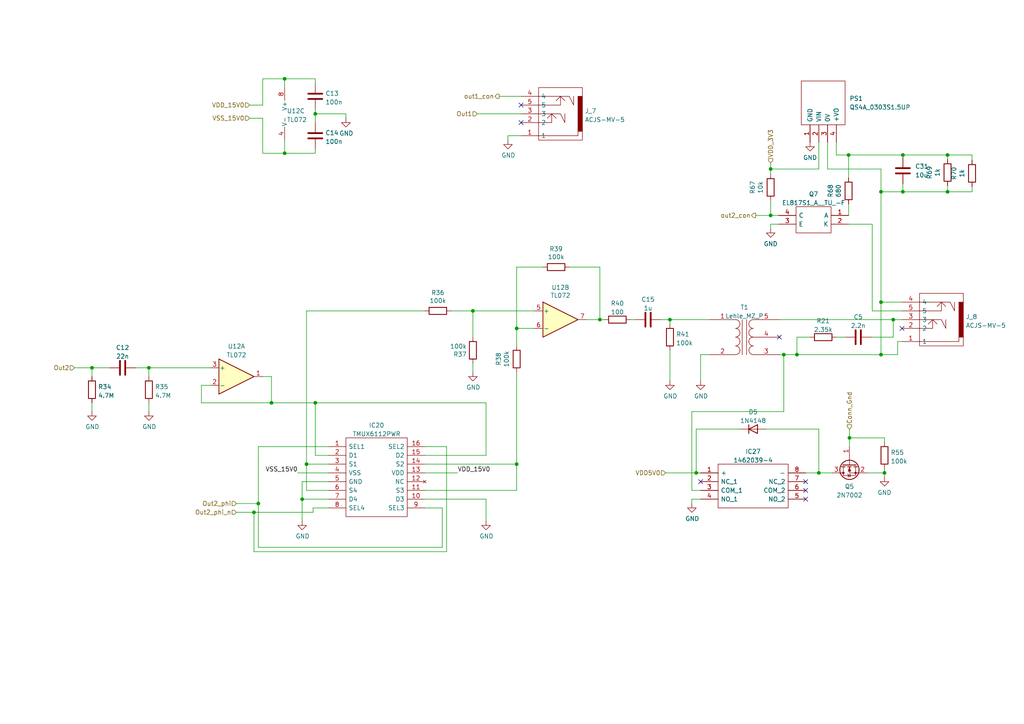
<source format=kicad_sch>
(kicad_sch (version 20211123) (generator eeschema)
  (paper "A4")
  (lib_symbols
    (symbol "Amplifier_Operational:TL072" (pin_names (offset 0.127))
      (property "Reference" "U" (at 0 5.08 0))
      (property "Value" "TL072" (at 0 -5.08 0))
      (symbol "TL072_1_1"
        (polyline (pts (xy -5.08 5.08) (xy 5.08 0) (xy -5.08 -5.08) (xy -5.08 5.08)) (stroke (width 0.254)) (fill (type background)))
        (pin output line (at 7.62 0 180) (length 2.54) (name "~") (number "1"))
        (pin input line (at -7.62 -2.54 0) (length 2.54) (name "-") (number "2"))
        (pin input line (at -7.62 2.54 0) (length 2.54) (name "+") (number "3"))
      )
      (symbol "TL072_2_1"
        (polyline (pts (xy -5.08 5.08) (xy 5.08 0) (xy -5.08 -5.08) (xy -5.08 5.08)) (stroke (width 0.254)) (fill (type background)))
        (pin input line (at -7.62 2.54 0) (length 2.54) (name "+") (number "5"))
        (pin input line (at -7.62 -2.54 0) (length 2.54) (name "-") (number "6"))
        (pin output line (at 7.62 0 180) (length 2.54) (name "~") (number "7"))
      )
      (symbol "TL072_3_1"
        (pin power_in line (at -2.54 -7.62 90) (length 3.81) (name "V-") (number "4"))
        (pin power_in line (at -2.54 7.62 270) (length 3.81) (name "V+") (number "8"))
      )
    )
    (symbol "Aphenol:ACJS-MV-5" (pin_names (offset 0.762))
      (property "Reference" "J_Return1" (at 8.3312 -6.7853 90))
      (property "Value" "ACJS-MV-5" (at 8.3312 -9.3222 90))
      (symbol "ACJS-MV-5_0_0"
        (pin passive line (at 19.05 -6.35 180) (length 5.08) (name "1") (number "1"))
        (pin passive line (at 19.05 -2.54 180) (length 5.08) (name "2") (number "2"))
        (pin passive line (at 19.05 0 180) (length 5.08) (name "3") (number "3"))
        (pin passive line (at 19.05 5.08 180) (length 5.08) (name "4") (number "4"))
        (pin passive line (at 19.05 2.54 180) (length 5.08) (name "5") (number "5"))
      )
      (symbol "ACJS-MV-5_0_1"
        (polyline (pts (xy 2.54 -5.08) (xy 2.54 -6.35) (xy 13.97 -6.35)) (stroke (width 0.1524)))
        (polyline (pts (xy 7.62 5.08) (xy 7.62 2.54) (xy 13.97 2.54)) (stroke (width 0.1524)))
        (polyline (pts (xy 8.89 -1.27) (xy 10.16 0) (xy 11.43 -1.27)) (stroke (width 0.1524)))
        (polyline (pts (xy 13.97 -2.54) (xy 10.16 -2.54) (xy 10.16 0)) (stroke (width 0.1524)))
        (polyline (pts (xy 7.62 5.08) (xy 6.35 3.81) (xy 7.62 5.08) (xy 8.89 3.81)) (stroke (width 0.1524)))
        (polyline (pts (xy 13.97 0) (xy 7.62 0) (xy 6.35 -2.54) (xy 6.35 0)) (stroke (width 0.1524)))
        (polyline (pts (xy 13.97 5.08) (xy 5.08 5.08) (xy 3.81 2.54) (xy 3.81 5.08)) (stroke (width 0.1524)))
        (polyline (pts (xy 1.27 7.62) (xy 13.97 7.62) (xy 13.97 -7.62) (xy 1.27 -7.62) (xy 1.27 7.62)) (stroke (width 0.1524)))
        (rectangle (start 1.27 5.08) (end 2.54 -5.08) (stroke (width 0.1524)) (fill (type outline)))
      )
    )
    (symbol "Device:C" (pin_numbers hide) (pin_names (offset 0.254))
      (property "Reference" "C" (at 0.635 2.54 0))
      (property "Value" "C" (at 0.635 -2.54 0))
      (symbol "C_0_1"
        (polyline (pts (xy -2.032 -0.762) (xy 2.032 -0.762)) (stroke (width 0.508)))
        (polyline (pts (xy -2.032 0.762) (xy 2.032 0.762)) (stroke (width 0.508)))
      )
      (symbol "C_1_1"
        (pin passive line (at 0 3.81 270) (length 2.794) (name "~") (number "1"))
        (pin passive line (at 0 -3.81 90) (length 2.794) (name "~") (number "2"))
      )
    )
    (symbol "Device:R" (pin_numbers hide) (pin_names (offset 0))
      (property "Reference" "R" (at 2.032 0 90))
      (property "Value" "R" (at 0 0 90))
      (symbol "R_0_1"
        (rectangle (start -1.016 -2.54) (end 1.016 2.54) (stroke (width 0.254)))
      )
      (symbol "R_1_1"
        (pin passive line (at 0 3.81 270) (length 1.27) (name "~") (number "1"))
        (pin passive line (at 0 -3.81 90) (length 1.27) (name "~") (number "2"))
      )
    )
    (symbol "Device:Transformer_1P_SS" (pin_names (offset 1.016) hide)
      (property "Reference" "T" (at 0 6.35 0))
      (property "Value" "Transformer_1P_SS" (at 0 -7.62 0))
      (symbol "Transformer_1P_SS_0_1"
        (arc (start -2.54 -5.0546) (mid -1.6599 -4.6901) (end -1.27 -3.81))
        (arc (start -2.54 -2.5146) (mid -1.6599 -2.1501) (end -1.27 -1.27))
        (arc (start -2.54 0.0254) (mid -1.6599 0.3899) (end -1.27 1.27))
        (arc (start -2.54 2.5654) (mid -1.6599 2.9299) (end -1.27 3.81))
        (arc (start -1.27 -3.81) (mid -1.642 -2.912) (end -2.54 -2.54))
        (arc (start -1.27 -1.27) (mid -1.642 -0.372) (end -2.54 0))
        (arc (start -1.27 1.27) (mid -1.642 2.168) (end -2.54 2.54))
        (arc (start -1.27 3.81) (mid -1.642 4.708) (end -2.54 5.08))
        (polyline (pts (xy -0.635 5.08) (xy -0.635 -5.08)))
        (polyline (pts (xy 0.635 -5.08) (xy 0.635 5.08)))
        (arc (start 1.2954 -1.27) (mid 1.6599 -2.1501) (end 2.54 -2.5146))
        (arc (start 1.2954 1.27) (mid 1.6599 0.3899) (end 2.54 0.0254))
        (arc (start 1.2954 3.81) (mid 1.6599 2.9299) (end 2.54 2.5654))
        (arc (start 1.3208 -3.81) (mid 1.6853 -4.6901) (end 2.5654 -5.0546))
        (arc (start 2.54 0) (mid 1.642 -0.372) (end 1.2954 -1.27))
        (arc (start 2.54 2.54) (mid 1.642 2.168) (end 1.2954 1.27))
        (arc (start 2.54 5.08) (mid 1.642 4.708) (end 1.2954 3.81))
        (arc (start 2.5654 -2.54) (mid 1.6674 -2.912) (end 1.3208 -3.81))
      )
      (symbol "Transformer_1P_SS_1_1"
        (pin passive line (at -10.16 5.08 0) (length 7.62) (name "AA") (number "1"))
        (pin passive line (at -10.16 -5.08 0) (length 7.62) (name "AB") (number "2"))
        (pin passive line (at 10.16 -5.08 180) (length 7.62) (name "SA") (number "3"))
        (pin passive line (at 10.16 0 180) (length 7.62) (name "SC") (number "4"))
        (pin passive line (at 10.16 5.08 180) (length 7.62) (name "SB") (number "5"))
      )
    )
    (symbol "Diode:1N4148" (pin_numbers hide) (pin_names hide)
      (property "Reference" "D" (at 0 2.54 0))
      (property "Value" "1N4148" (at 0 -2.54 0))
      (symbol "1N4148_0_1"
        (polyline (pts (xy -1.27 1.27) (xy -1.27 -1.27)) (stroke (width 0.254)))
        (polyline (pts (xy 1.27 0) (xy -1.27 0)))
        (polyline (pts (xy 1.27 1.27) (xy 1.27 -1.27) (xy -1.27 0) (xy 1.27 1.27)) (stroke (width 0.254)))
      )
      (symbol "1N4148_1_1"
        (pin passive line (at -3.81 0 0) (length 2.54) (name "K") (number "1"))
        (pin passive line (at 3.81 0 180) (length 2.54) (name "A") (number "2"))
      )
    )
    (symbol "SamacSys_Parts:1462039-4" (pin_names (offset 0.762))
      (property "Reference" "IC" (at 26.67 7.62 0))
      (property "Value" "1462039-4" (at 26.67 5.08 0))
      (symbol "1462039-4_0_0"
        (pin passive line (at 0 0 0) (length 5.08) (name "+") (number "1"))
        (pin passive line (at 0 -2.54 0) (length 5.08) (name "NC_1") (number "2"))
        (pin passive line (at 0 -5.08 0) (length 5.08) (name "COM_1") (number "3"))
        (pin passive line (at 0 -7.62 0) (length 5.08) (name "NO_1") (number "4"))
        (pin passive line (at 30.48 -7.62 180) (length 5.08) (name "NO_2") (number "5"))
        (pin passive line (at 30.48 -5.08 180) (length 5.08) (name "COM_2") (number "6"))
        (pin passive line (at 30.48 -2.54 180) (length 5.08) (name "NC_2") (number "7"))
        (pin passive line (at 30.48 0 180) (length 5.08) (name "-") (number "8"))
      )
      (symbol "1462039-4_0_1"
        (polyline (pts (xy 5.08 2.54) (xy 25.4 2.54) (xy 25.4 -10.16) (xy 5.08 -10.16) (xy 5.08 2.54)) (stroke (width 0.1524)))
      )
    )
    (symbol "SamacSys_Parts:EL817S1_A__TU_-F" (pin_names (offset 0.762))
      (property "Reference" "Q" (at 16.51 7.62 0))
      (property "Value" "EL817S1_A__TU_-F" (at 16.51 5.08 0))
      (symbol "EL817S1_A__TU_-F_0_0"
        (pin passive line (at 0 0 0) (length 5.08) (name "A") (number "1"))
        (pin passive line (at 0 -2.54 0) (length 5.08) (name "K") (number "2"))
        (pin passive line (at 20.32 -2.54 180) (length 5.08) (name "E") (number "3"))
        (pin passive line (at 20.32 0 180) (length 5.08) (name "C") (number "4"))
      )
      (symbol "EL817S1_A__TU_-F_0_1"
        (polyline (pts (xy 5.08 2.54) (xy 15.24 2.54) (xy 15.24 -5.08) (xy 5.08 -5.08) (xy 5.08 2.54)) (stroke (width 0.1524)))
      )
    )
    (symbol "SamacSys_Parts:QS4A_0303S1.5UP" (pin_names (offset 0.762))
      (property "Reference" "PS" (at 19.05 7.62 0))
      (property "Value" "QS4A_0303S1.5UP" (at 19.05 5.08 0))
      (symbol "QS4A_0303S1.5UP_0_0"
        (pin passive line (at 0 0 0) (length 5.08) (name "GND") (number "1"))
        (pin passive line (at 0 -2.54 0) (length 5.08) (name "VIN") (number "2"))
        (pin passive line (at 0 -5.08 0) (length 5.08) (name "0V") (number "3"))
        (pin passive line (at 0 -7.62 0) (length 5.08) (name "+VO") (number "4"))
      )
      (symbol "QS4A_0303S1.5UP_0_1"
        (polyline (pts (xy 5.08 2.54) (xy 17.78 2.54) (xy 17.78 -10.16) (xy 5.08 -10.16) (xy 5.08 2.54)) (stroke (width 0.1524)))
      )
    )
    (symbol "SamacSys_Parts:TMUX6112PWR" (pin_names (offset 0.762))
      (property "Reference" "IC" (at 24.13 7.62 0))
      (property "Value" "TMUX6112PWR" (at 24.13 5.08 0))
      (symbol "TMUX6112PWR_0_0"
        (pin input line (at 0 0 0) (length 5.08) (name "SEL1") (number "1"))
        (pin bidirectional line (at 27.94 -15.24 180) (length 5.08) (name "D3") (number "10"))
        (pin bidirectional line (at 27.94 -12.7 180) (length 5.08) (name "S3") (number "11"))
        (pin no_connect line (at 27.94 -10.16 180) (length 5.08) (name "NC") (number "12"))
        (pin power_in line (at 27.94 -7.62 180) (length 5.08) (name "VDD") (number "13"))
        (pin bidirectional line (at 27.94 -5.08 180) (length 5.08) (name "S2") (number "14"))
        (pin bidirectional line (at 27.94 -2.54 180) (length 5.08) (name "D2") (number "15"))
        (pin input line (at 27.94 0 180) (length 5.08) (name "SEL2") (number "16"))
        (pin bidirectional line (at 0 -2.54 0) (length 5.08) (name "D1") (number "2"))
        (pin bidirectional line (at 0 -5.08 0) (length 5.08) (name "S1") (number "3"))
        (pin power_in line (at 0 -7.62 0) (length 5.08) (name "VSS") (number "4"))
        (pin power_in line (at 0 -10.16 0) (length 5.08) (name "GND") (number "5"))
        (pin bidirectional line (at 0 -12.7 0) (length 5.08) (name "S4") (number "6"))
        (pin bidirectional line (at 0 -15.24 0) (length 5.08) (name "D4") (number "7"))
        (pin input line (at 0 -17.78 0) (length 5.08) (name "SEL4") (number "8"))
        (pin input line (at 27.94 -17.78 180) (length 5.08) (name "SEL3") (number "9"))
      )
      (symbol "TMUX6112PWR_0_1"
        (polyline (pts (xy 5.08 2.54) (xy 22.86 2.54) (xy 22.86 -20.32) (xy 5.08 -20.32) (xy 5.08 2.54)) (stroke (width 0.1524)))
      )
    )
    (symbol "Transistor_FET:2N7002" (pin_names hide)
      (property "Reference" "Q" (at 5.08 1.905 0))
      (property "Value" "2N7002" (at 5.08 0 0))
      (symbol "2N7002_0_1"
        (polyline (pts (xy 0.254 0) (xy -2.54 0)))
        (polyline (pts (xy 0.254 1.905) (xy 0.254 -1.905)) (stroke (width 0.254)))
        (polyline (pts (xy 0.762 -1.27) (xy 0.762 -2.286)) (stroke (width 0.254)))
        (polyline (pts (xy 0.762 0.508) (xy 0.762 -0.508)) (stroke (width 0.254)))
        (polyline (pts (xy 0.762 2.286) (xy 0.762 1.27)) (stroke (width 0.254)))
        (polyline (pts (xy 2.54 2.54) (xy 2.54 1.778)))
        (polyline (pts (xy 2.54 -2.54) (xy 2.54 0) (xy 0.762 0)))
        (polyline (pts (xy 0.762 -1.778) (xy 3.302 -1.778) (xy 3.302 1.778) (xy 0.762 1.778)))
        (polyline (pts (xy 1.016 0) (xy 2.032 0.381) (xy 2.032 -0.381) (xy 1.016 0)) (fill (type outline)))
        (polyline (pts (xy 2.794 0.508) (xy 2.921 0.381) (xy 3.683 0.381) (xy 3.81 0.254)))
        (polyline (pts (xy 3.302 0.381) (xy 2.921 -0.254) (xy 3.683 -0.254) (xy 3.302 0.381)))
        (circle (center 1.651 0) (radius 2.794) (stroke (width 0.254)))
        (circle (center 2.54 -1.778) (radius 0.254) (fill (type outline)))
        (circle (center 2.54 1.778) (radius 0.254) (fill (type outline)))
      )
      (symbol "2N7002_1_1"
        (pin input line (at -5.08 0 0) (length 2.54) (name "G") (number "1"))
        (pin passive line (at 2.54 -5.08 90) (length 2.54) (name "S") (number "2"))
        (pin passive line (at 2.54 5.08 270) (length 2.54) (name "D") (number "3"))
      )
    )
    (symbol "power:GND" (power) (pin_names (offset 0))
      (property "Value" "GND" (at 0 -3.81 0))
      (symbol "GND_0_1"
        (polyline (pts (xy 0 0) (xy 0 -1.27) (xy 1.27 -1.27) (xy 0 -2.54) (xy -1.27 -1.27) (xy 0 -1.27)))
      )
      (symbol "GND_1_1"
        (pin power_in line (at 0 0 270) (length 0) hide (name "GND") (number "1"))
      )
    )
  )
  (junction (at 43.18 106.68))
  (junction (at 73.66 148.59))
  (junction (at 256.54 137.16))
  (junction (at 82.55 44.45))
  (junction (at 194.31 92.71))
  (junction (at 137.16 90.17))
  (junction (at 223.52 49.022))
  (junction (at 255.524 87.63))
  (junction (at 173.99 92.71))
  (junction (at 88.9 134.62))
  (junction (at 149.86 95.25))
  (junction (at 91.44 33.02))
  (junction (at 223.52 62.484))
  (junction (at 82.55 22.86))
  (junction (at 274.828 55.626))
  (junction (at 78.74 116.84))
  (junction (at 274.828 44.958))
  (junction (at 246.38 127))
  (junction (at 74.93 146.05))
  (junction (at 91.44 116.84))
  (junction (at 255.524 102.87))
  (junction (at 231.14 102.87))
  (junction (at 259.08 92.71))
  (junction (at 87.63 144.78))
  (junction (at 201.93 137.16))
  (junction (at 261.874 55.626))
  (junction (at 26.67 106.68))
  (junction (at 261.874 44.958))
  (junction (at 237.49 137.16))
  (junction (at 149.86 134.62))
  (junction (at 227.33 102.87))
  (junction (at 246.126 44.958))
  (junction (at 255.524 55.626))
  (no_connect (at 233.68 142.24))
  (no_connect (at 233.68 139.7))
  (no_connect (at 233.68 144.78))
  (no_connect (at 261.62 95.25))
  (no_connect (at 203.2 139.7))
  (no_connect (at 151.13 35.56))
  (no_connect (at 151.13 30.48))
  (no_connect (at 226.06 97.79))
  (wire (pts (xy 100.33 33.02) (xy 91.44 33.02)))
  (wire (pts (xy 281.94 44.958) (xy 274.828 44.958)))
  (wire (pts (xy 76.2 34.29) (xy 76.2 44.45)))
  (wire (pts (xy 147.32 39.37) (xy 147.32 40.64)))
  (wire (pts (xy 240.03 41.275) (xy 240.03 49.022)))
  (wire (pts (xy 237.49 41.275) (xy 237.49 49.022)))
  (wire (pts (xy 88.9 142.24) (xy 95.25 142.24)))
  (wire (pts (xy 201.93 124.46) (xy 201.93 137.16)))
  (wire (pts (xy 261.874 55.626) (xy 274.828 55.626)))
  (wire (pts (xy 72.39 34.29) (xy 76.2 34.29)))
  (wire (pts (xy 74.93 129.54) (xy 74.93 146.05)))
  (wire (pts (xy 123.19 134.62) (xy 149.86 134.62)))
  (wire (pts (xy 201.93 137.16) (xy 203.2 137.16)))
  (wire (pts (xy 91.44 43.18) (xy 91.44 44.45)))
  (wire (pts (xy 242.57 41.275) (xy 242.57 44.958)))
  (wire (pts (xy 255.524 87.63) (xy 255.524 102.87)))
  (wire (pts (xy 256.54 137.16) (xy 256.54 138.43)))
  (wire (pts (xy 129.54 129.54) (xy 123.19 129.54)))
  (wire (pts (xy 260.35 99.06) (xy 260.35 102.87)))
  (wire (pts (xy 91.44 22.86) (xy 82.55 22.86)))
  (wire (pts (xy 223.52 49.022) (xy 223.52 50.546)))
  (wire (pts (xy 261.62 90.17) (xy 252.984 90.17)))
  (wire (pts (xy 76.2 44.45) (xy 82.55 44.45)))
  (wire (pts (xy 182.88 92.71) (xy 184.15 92.71)))
  (wire (pts (xy 274.828 55.626) (xy 281.94 55.626)))
  (wire (pts (xy 255.524 102.87) (xy 260.35 102.87)))
  (wire (pts (xy 281.94 46.482) (xy 281.94 44.958)))
  (wire (pts (xy 76.2 109.22) (xy 78.74 109.22)))
  (wire (pts (xy 78.74 116.84) (xy 58.42 116.84)))
  (wire (pts (xy 58.42 116.84) (xy 58.42 111.76)))
  (wire (pts (xy 255.524 87.63) (xy 261.62 87.63)))
  (wire (pts (xy 90.805 147.32) (xy 95.25 147.32)))
  (wire (pts (xy 88.9 90.17) (xy 88.9 134.62)))
  (wire (pts (xy 246.126 59.182) (xy 246.126 62.484)))
  (wire (pts (xy 281.94 55.626) (xy 281.94 54.102)))
  (wire (pts (xy 237.49 124.46) (xy 222.25 124.46)))
  (wire (pts (xy 242.57 44.958) (xy 246.126 44.958)))
  (wire (pts (xy 137.16 107.95) (xy 137.16 105.41)))
  (wire (pts (xy 123.19 144.78) (xy 140.97 144.78)))
  (wire (pts (xy 251.46 137.16) (xy 256.54 137.16)))
  (wire (pts (xy 246.38 127) (xy 256.54 127)))
  (wire (pts (xy 223.52 47.244) (xy 223.52 49.022)))
  (wire (pts (xy 39.37 106.68) (xy 43.18 106.68)))
  (wire (pts (xy 140.97 116.84) (xy 140.97 132.08)))
  (wire (pts (xy 88.9 90.17) (xy 123.19 90.17)))
  (wire (pts (xy 91.44 116.84) (xy 140.97 116.84)))
  (wire (pts (xy 252.984 65.024) (xy 246.126 65.024)))
  (wire (pts (xy 255.524 55.626) (xy 261.874 55.626)))
  (wire (pts (xy 149.86 95.25) (xy 149.86 77.47)))
  (wire (pts (xy 261.62 99.06) (xy 260.35 99.06)))
  (wire (pts (xy 173.99 92.71) (xy 175.26 92.71)))
  (wire (pts (xy 149.86 107.95) (xy 149.86 134.62)))
  (wire (pts (xy 100.33 34.29) (xy 100.33 33.02)))
  (wire (pts (xy 149.86 95.25) (xy 154.94 95.25)))
  (wire (pts (xy 60.96 106.68) (xy 43.18 106.68)))
  (wire (pts (xy 91.44 116.84) (xy 91.44 132.08)))
  (wire (pts (xy 223.52 62.484) (xy 225.806 62.484)))
  (wire (pts (xy 200.66 119.38) (xy 227.33 119.38)))
  (wire (pts (xy 203.2 102.87) (xy 205.74 102.87)))
  (wire (pts (xy 157.48 77.47) (xy 149.86 77.47)))
  (wire (pts (xy 137.16 90.17) (xy 154.94 90.17)))
  (wire (pts (xy 137.16 90.17) (xy 137.16 97.79)))
  (wire (pts (xy 26.67 106.68) (xy 21.59 106.68)))
  (wire (pts (xy 78.74 109.22) (xy 78.74 116.84)))
  (wire (pts (xy 128.27 158.75) (xy 128.27 147.32)))
  (wire (pts (xy 256.54 127) (xy 256.54 128.27)))
  (wire (pts (xy 73.66 160.02) (xy 129.54 160.02)))
  (wire (pts (xy 173.99 77.47) (xy 165.1 77.47)))
  (wire (pts (xy 26.67 106.68) (xy 31.75 106.68)))
  (wire (pts (xy 255.524 87.63) (xy 255.524 55.626)))
  (wire (pts (xy 88.9 134.62) (xy 88.9 142.24)))
  (wire (pts (xy 26.67 116.84) (xy 26.67 119.38)))
  (wire (pts (xy 227.33 102.87) (xy 227.33 119.38)))
  (wire (pts (xy 223.52 65.024) (xy 225.806 65.024)))
  (wire (pts (xy 82.55 44.45) (xy 91.44 44.45)))
  (wire (pts (xy 149.86 134.62) (xy 149.86 142.24)))
  (wire (pts (xy 261.874 44.958) (xy 246.126 44.958)))
  (wire (pts (xy 87.63 144.78) (xy 95.25 144.78)))
  (wire (pts (xy 82.55 40.64) (xy 82.55 44.45)))
  (wire (pts (xy 86.36 137.16) (xy 95.25 137.16)))
  (wire (pts (xy 231.14 102.87) (xy 255.524 102.87)))
  (wire (pts (xy 130.81 90.17) (xy 137.16 90.17)))
  (wire (pts (xy 256.54 135.89) (xy 256.54 137.16)))
  (wire (pts (xy 76.2 30.48) (xy 72.39 30.48)))
  (wire (pts (xy 231.14 102.87) (xy 227.33 102.87)))
  (wire (pts (xy 74.93 146.05) (xy 68.58 146.05)))
  (wire (pts (xy 194.31 101.6) (xy 194.31 110.49)))
  (wire (pts (xy 274.828 55.626) (xy 274.828 53.848)))
  (wire (pts (xy 259.08 92.71) (xy 261.62 92.71)))
  (wire (pts (xy 227.33 102.87) (xy 226.06 102.87)))
  (wire (pts (xy 78.74 116.84) (xy 91.44 116.84)))
  (wire (pts (xy 88.9 134.62) (xy 95.25 134.62)))
  (wire (pts (xy 240.03 49.022) (xy 255.524 49.022)))
  (wire (pts (xy 68.58 148.59) (xy 73.66 148.59)))
  (wire (pts (xy 200.66 142.24) (xy 200.66 119.38)))
  (wire (pts (xy 74.93 129.54) (xy 95.25 129.54)))
  (wire (pts (xy 170.18 92.71) (xy 173.99 92.71)))
  (wire (pts (xy 200.66 144.78) (xy 203.2 144.78)))
  (wire (pts (xy 58.42 111.76) (xy 60.96 111.76)))
  (wire (pts (xy 82.55 22.86) (xy 82.55 25.4)))
  (wire (pts (xy 231.14 97.79) (xy 231.14 102.87)))
  (wire (pts (xy 123.19 147.32) (xy 128.27 147.32)))
  (wire (pts (xy 149.86 100.33) (xy 149.86 95.25)))
  (wire (pts (xy 219.202 62.484) (xy 223.52 62.484)))
  (wire (pts (xy 203.2 102.87) (xy 203.2 110.49)))
  (wire (pts (xy 91.44 33.02) (xy 91.44 35.56)))
  (wire (pts (xy 91.44 24.13) (xy 91.44 22.86)))
  (wire (pts (xy 261.874 45.72) (xy 261.874 44.958)))
  (wire (pts (xy 246.38 124.46) (xy 246.38 127)))
  (wire (pts (xy 237.49 137.16) (xy 241.3 137.16)))
  (wire (pts (xy 223.52 49.022) (xy 237.49 49.022)))
  (wire (pts (xy 261.874 44.958) (xy 274.828 44.958)))
  (wire (pts (xy 255.524 55.626) (xy 255.524 49.022)))
  (wire (pts (xy 226.06 92.71) (xy 259.08 92.71)))
  (wire (pts (xy 91.44 132.08) (xy 95.25 132.08)))
  (wire (pts (xy 259.08 97.79) (xy 252.73 97.79)))
  (wire (pts (xy 87.63 139.7) (xy 95.25 139.7)))
  (wire (pts (xy 214.63 124.46) (xy 201.93 124.46)))
  (wire (pts (xy 194.31 92.71) (xy 194.31 93.98)))
  (wire (pts (xy 43.18 106.68) (xy 43.18 109.22)))
  (wire (pts (xy 259.08 92.71) (xy 259.08 97.79)))
  (wire (pts (xy 237.49 137.16) (xy 237.49 124.46)))
  (wire (pts (xy 151.13 39.37) (xy 147.32 39.37)))
  (wire (pts (xy 76.2 22.86) (xy 76.2 30.48)))
  (wire (pts (xy 123.19 142.24) (xy 149.86 142.24)))
  (wire (pts (xy 246.126 44.958) (xy 246.126 51.562)))
  (wire (pts (xy 173.99 92.71) (xy 173.99 77.47)))
  (wire (pts (xy 82.55 22.86) (xy 76.2 22.86)))
  (wire (pts (xy 252.984 65.024) (xy 252.984 90.17)))
  (wire (pts (xy 74.93 158.75) (xy 128.27 158.75)))
  (wire (pts (xy 200.66 142.24) (xy 203.2 142.24)))
  (wire (pts (xy 242.57 97.79) (xy 245.11 97.79)))
  (wire (pts (xy 138.43 33.02) (xy 151.13 33.02)))
  (wire (pts (xy 123.19 132.08) (xy 140.97 132.08)))
  (wire (pts (xy 123.19 137.16) (xy 132.715 137.16)))
  (wire (pts (xy 234.95 97.79) (xy 231.14 97.79)))
  (wire (pts (xy 87.63 144.78) (xy 87.63 151.13)))
  (wire (pts (xy 246.38 127) (xy 246.38 129.54)))
  (wire (pts (xy 73.66 148.59) (xy 73.66 160.02)))
  (wire (pts (xy 200.66 144.78) (xy 200.66 146.05)))
  (wire (pts (xy 274.828 44.958) (xy 274.828 46.228)))
  (wire (pts (xy 223.52 66.294) (xy 223.52 65.024)))
  (wire (pts (xy 129.54 129.54) (xy 129.54 160.02)))
  (wire (pts (xy 223.52 58.166) (xy 223.52 62.484)))
  (wire (pts (xy 91.44 31.75) (xy 91.44 33.02)))
  (wire (pts (xy 90.805 148.59) (xy 90.805 147.32)))
  (wire (pts (xy 140.97 144.78) (xy 140.97 151.13)))
  (wire (pts (xy 261.874 53.34) (xy 261.874 55.626)))
  (wire (pts (xy 26.67 106.68) (xy 26.67 109.22)))
  (wire (pts (xy 73.66 148.59) (xy 90.805 148.59)))
  (wire (pts (xy 194.31 92.71) (xy 205.74 92.71)))
  (wire (pts (xy 43.18 116.84) (xy 43.18 119.38)))
  (wire (pts (xy 193.04 137.16) (xy 201.93 137.16)))
  (wire (pts (xy 233.68 137.16) (xy 237.49 137.16)))
  (wire (pts (xy 87.63 139.7) (xy 87.63 144.78)))
  (wire (pts (xy 74.93 146.05) (xy 74.93 158.75)))
  (wire (pts (xy 144.78 27.94) (xy 151.13 27.94)))
  (wire (pts (xy 191.77 92.71) (xy 194.31 92.71)))
  (label "VSS_15V0" (at 86.36 137.16 180))
  (label "VDD_15V0" (at 132.715 137.16 0))
  (hierarchical_label "VDD_15V0" (shape input) (at 72.39 30.48 180))
  (hierarchical_label "out2_con" (shape output) (at 219.202 62.484 180))
  (hierarchical_label "Out2" (shape input) (at 21.59 106.68 180))
  (hierarchical_label "VDD_3V3" (shape input) (at 223.52 47.244 90))
  (hierarchical_label "Out1" (shape input) (at 138.43 33.02 180))
  (hierarchical_label "Out2_phi" (shape input) (at 68.58 146.05 180))
  (hierarchical_label "Conn_Gnd" (shape input) (at 246.38 124.46 90))
  (hierarchical_label "out1_con" (shape output) (at 144.78 27.94 180))
  (hierarchical_label "VDD5V0" (shape input) (at 193.04 137.16 180))
  (hierarchical_label "VSS_15V0" (shape input) (at 72.39 34.29 180))
  (hierarchical_label "Out2_phi_n" (shape input) (at 68.58 148.59 180))
  (symbol (lib_id "Amplifier_Operational:TL072") (at 162.56 92.71 0) (unit 2)
    (property "Reference" "U12" (at 162.56 83.3882 0))
    (property "Value" "TL072" (at 162.56 85.6996 0))
    (property "Footprint" "SamacSys_Parts:SOIC127P600X175-8N" (effects hide))
    (property "Datasheet" "http://www.ti.com/lit/ds/symlink/tl071.pdf" (effects hide))
  )
  (symbol (lib_id "Device:R") (at 246.126 55.372 0) (unit 1)
    (property "Reference" "R68" (at 240.8682 55.372 90))
    (property "Value" "680" (at 243.1796 55.372 90))
    (property "Footprint" "Resistor_SMD:R_1206_3216Metric_Pad1.30x1.75mm_HandSolder" (effects hide))
  )
  (symbol (lib_id "Device:R") (at 137.16 101.6 0) (unit 1)
    (property "Reference" "R37" (at 135.382 102.7684 0) (effects (justify right)))
    (property "Value" "100k" (at 135.382 100.457 0) (effects (justify right)))
    (property "Footprint" "Resistor_SMD:R_1206_3216Metric_Pad1.30x1.75mm_HandSolder" (effects hide))
  )
  (symbol (lib_id "Device:R") (at 238.76 97.79 90) (unit 1)
    (property "Reference" "R21" (at 238.76 93.0742 90))
    (property "Value" "2.35k" (at 238.76 95.6111 90))
    (property "Footprint" "Resistor_SMD:R_1206_3216Metric_Pad1.30x1.75mm_HandSolder" (effects hide))
  )
  (symbol (lib_id "Device:R") (at 127 90.17 90) (unit 1)
    (property "Reference" "R36" (at 127 84.9122 90))
    (property "Value" "100k" (at 127 87.2236 90))
    (property "Footprint" "Resistor_SMD:R_1206_3216Metric_Pad1.30x1.75mm_HandSolder" (effects hide))
  )
  (symbol (lib_id "Aphenol:ACJS-MV-5") (at 170.18 33.02 0) (mirror y) (unit 1)
    (property "Reference" "J_7" (at 169.6212 32.1853 0) (effects (justify right)))
    (property "Value" "ACJS-MV-5" (at 169.6212 34.7222 0) (effects (justify right)))
    (property "Footprint" "SamacSys_Parts:ACJSMV5" (effects hide))
    (property "Datasheet" "http://www.amphenolaudio.com/wp-content/uploads/2015/07/55010228000152_acjx-mv-x.pdf" (effects hide))
    (property "Description" "Phone Connectors 1/4\"VERT CHASIS CONN PLSTC" (effects hide))
    (property "Height" "31.45" (effects hide))
    (property "Manufacturer_Name" "Amphenol" (effects hide))
    (property "Manufacturer_Part_Number" "ACJS-MV-5" (effects hide))
    (property "Mouser Part Number" "523-ACJS-MV-5" (effects hide))
    (property "Mouser Price/Stock" "https://www.mouser.co.uk/ProductDetail/Amphenol-Audio/ACJS-MV-5?qs=c9RBuMmXG6JIOKwHTyIaMA%3D%3D" (effects hide))
  )
  (symbol (lib_id "SamacSys_Parts:TMUX6112PWR") (at 95.25 129.54 0) (unit 1)
    (property "Reference" "IC20" (at 109.22 123.351 0))
    (property "Value" "TMUX6112PWR" (at 109.22 125.8879 0))
    (property "Footprint" "SamacSys_Parts:SOP65P640X120-16N" (effects hide))
    (property "Datasheet" "http://www.ti.com/lit/ds/symlink/tmux6112.pdf" (effects hide))
    (property "Description" "Analog Switch ICs 36-V, Low Capacitance, Low-Leakage-Current, Precision, Quad SPST Switches (Normally Open) 16-TSSOP -40 to 125" (effects hide))
    (property "Height" "1.2" (effects hide))
    (property "Manufacturer_Name" "Texas Instruments" (effects hide))
    (property "Manufacturer_Part_Number" "TMUX6112PWR" (effects hide))
    (property "Mouser Part Number" "595-TMUX6112PWR" (effects hide))
    (property "Mouser Price/Stock" "https://www.mouser.co.uk/ProductDetail/Texas-Instruments/TMUX6112PWR?qs=lc2O%252BfHJPVapObCKrxF4jQ%3D%3D" (effects hide))
    (property "Arrow Part Number" "TMUX6112PWR" (effects hide))
    (property "Arrow Price/Stock" "https://www.arrow.com/en/products/tmux6112pwr/texas-instruments?region=nac" (effects hide))
  )
  (symbol (lib_id "Device:R") (at 43.18 113.03 0) (unit 1)
    (property "Reference" "R35" (at 44.958 112.1953 0) (effects (justify left)))
    (property "Value" "4.7M" (at 44.958 114.7322 0) (effects (justify left)))
    (property "Footprint" "Resistor_SMD:R_1206_3216Metric_Pad1.30x1.75mm_HandSolder" (effects hide))
  )
  (symbol (lib_id "Device:R") (at 274.828 50.038 0) (unit 1)
    (property "Reference" "R69" (at 269.5702 50.038 90))
    (property "Value" "1k" (at 271.8816 50.038 90))
    (property "Footprint" "Resistor_SMD:R_1206_3216Metric_Pad1.30x1.75mm_HandSolder" (effects hide))
  )
  (symbol (lib_id "Aphenol:ACJS-MV-5") (at 280.67 92.71 0) (mirror y) (unit 1)
    (property "Reference" "J_8" (at 280.1112 91.8753 0) (effects (justify right)))
    (property "Value" "ACJS-MV-5" (at 280.1112 94.4122 0) (effects (justify right)))
    (property "Footprint" "SamacSys_Parts:ACJSMV5" (effects hide))
    (property "Datasheet" "http://www.amphenolaudio.com/wp-content/uploads/2015/07/55010228000152_acjx-mv-x.pdf" (effects hide))
    (property "Description" "Phone Connectors 1/4\"VERT CHASIS CONN PLSTC" (effects hide))
    (property "Height" "31.45" (effects hide))
    (property "Manufacturer_Name" "Amphenol" (effects hide))
    (property "Manufacturer_Part_Number" "ACJS-MV-5" (effects hide))
    (property "Mouser Part Number" "523-ACJS-MV-5" (effects hide))
    (property "Mouser Price/Stock" "https://www.mouser.co.uk/ProductDetail/Amphenol-Audio/ACJS-MV-5?qs=c9RBuMmXG6JIOKwHTyIaMA%3D%3D" (effects hide))
  )
  (symbol (lib_id "Device:R") (at 161.29 77.47 270) (unit 1)
    (property "Reference" "R39" (at 161.29 72.2122 90))
    (property "Value" "100k" (at 161.29 74.5236 90))
    (property "Footprint" "Resistor_SMD:R_1206_3216Metric_Pad1.30x1.75mm_HandSolder" (effects hide))
  )
  (symbol (lib_id "Device:R") (at 179.07 92.71 90) (unit 1)
    (property "Reference" "R40" (at 179.07 87.9942 90))
    (property "Value" "100" (at 179.07 90.5311 90))
    (property "Footprint" "Resistor_SMD:R_1206_3216Metric_Pad1.30x1.75mm_HandSolder" (effects hide))
  )
  (symbol (lib_id "power:GND") (at 256.54 138.43 0) (unit 1)
    (property "Reference" "#PWR085" (effects hide))
    (property "Value" "GND" (at 256.54 142.8734 0))
  )
  (symbol (lib_id "Device:R") (at 194.31 97.79 0) (unit 1)
    (property "Reference" "R41" (at 196.088 96.9553 0) (effects (justify left)))
    (property "Value" "100k" (at 196.088 99.4922 0) (effects (justify left)))
    (property "Footprint" "Resistor_SMD:R_1206_3216Metric_Pad1.30x1.75mm_HandSolder" (effects hide))
  )
  (symbol (lib_id "Device:R") (at 223.52 54.356 0) (unit 1)
    (property "Reference" "R67" (at 218.2622 54.356 90))
    (property "Value" "10k" (at 220.5736 54.356 90))
    (property "Footprint" "Resistor_SMD:R_1206_3216Metric_Pad1.30x1.75mm_HandSolder" (effects hide))
  )
  (symbol (lib_id "Transistor_FET:2N7002") (at 246.38 134.62 90) (mirror x) (unit 1)
    (property "Reference" "Q5" (at 246.38 141.0954 90))
    (property "Value" "2N7002" (at 246.38 143.6323 90))
    (property "Footprint" "Package_TO_SOT_SMD:SOT-23" (effects hide))
    (property "Datasheet" "https://www.onsemi.com/pub/Collateral/NDS7002A-D.PDF" (effects hide))
  )
  (symbol (lib_id "power:GND") (at 234.95 41.275 0) (unit 1)
    (property "Reference" "#PWR092" (effects hide))
    (property "Value" "GND" (at 234.95 45.7184 0))
  )
  (symbol (lib_id "power:GND") (at 200.66 146.05 0) (unit 1)
    (property "Reference" "#PWR086" (effects hide))
    (property "Value" "GND" (at 200.787 150.4442 0))
  )
  (symbol (lib_id "Amplifier_Operational:TL072") (at 68.58 109.22 0) (unit 1)
    (property "Reference" "U12" (at 68.58 100.4402 0))
    (property "Value" "TL072" (at 68.58 102.9771 0))
    (property "Footprint" "SamacSys_Parts:SOIC127P600X175-8N" (effects hide))
    (property "Datasheet" "http://www.ti.com/lit/ds/symlink/tl071.pdf" (effects hide))
  )
  (symbol (lib_id "Device:C") (at 187.96 92.71 90) (unit 1)
    (property "Reference" "C15" (at 187.96 86.8512 90))
    (property "Value" "1u" (at 187.96 89.3881 90))
    (property "Footprint" "Capacitor_SMD:C_1206_3216Metric_Pad1.33x1.80mm_HandSolder" (effects hide))
  )
  (symbol (lib_id "power:GND") (at 26.67 119.38 0) (unit 1)
    (property "Reference" "#PWR032" (effects hide))
    (property "Value" "GND" (at 26.797 123.7742 0))
  )
  (symbol (lib_id "Device:R") (at 26.67 113.03 0) (unit 1)
    (property "Reference" "R34" (at 28.448 112.1953 0) (effects (justify left)))
    (property "Value" "4.7M" (at 28.448 114.7322 0) (effects (justify left)))
    (property "Footprint" "Resistor_SMD:R_1206_3216Metric_Pad1.30x1.75mm_HandSolder" (effects hide))
  )
  (symbol (lib_id "power:GND") (at 87.63 151.13 0) (unit 1)
    (property "Reference" "#PWR034" (effects hide))
    (property "Value" "GND" (at 87.757 155.5242 0))
  )
  (symbol (lib_id "Amplifier_Operational:TL072") (at 85.09 33.02 0) (unit 3)
    (property "Reference" "U12" (at 83.185 32.1853 0) (effects (justify left)))
    (property "Value" "TL072" (at 83.185 34.7222 0) (effects (justify left)))
    (property "Footprint" "SamacSys_Parts:SOIC127P600X175-8N" (effects hide))
    (property "Datasheet" "http://www.ti.com/lit/ds/symlink/tl071.pdf" (effects hide))
  )
  (symbol (lib_id "power:GND") (at 203.2 110.49 0) (unit 1)
    (property "Reference" "#PWR039" (effects hide))
    (property "Value" "GND" (at 203.327 114.8842 0))
  )
  (symbol (lib_id "power:GND") (at 100.33 34.29 0) (unit 1)
    (property "Reference" "#PWR035" (effects hide))
    (property "Value" "GND" (at 100.457 38.6842 0))
  )
  (symbol (lib_id "SamacSys_Parts:EL817S1_A__TU_-F") (at 246.126 62.484 0) (mirror y) (unit 1)
    (property "Reference" "Q7" (at 235.966 56.295 0))
    (property "Value" "EL817S1_A__TU_-F" (at 235.966 58.8319 0))
    (property "Footprint" "SamacSys_Parts:SOP254P1030X390-4N" (effects hide))
    (property "Datasheet" "https://www.digikey.in/product-detail/en/everlight-electronics-co-ltd/EL817S1-A-TU-V/EL817S1-A-TU-V-ND/2693314" (effects hide))
    (property "Description" "TransistorOptocouplers 1 5000Vrms SMD-4 Optocouplers RoHS" (effects hide))
    (property "Height" "3.9" (effects hide))
    (property "Manufacturer_Name" "Everlight" (effects hide))
    (property "Manufacturer_Part_Number" "EL817S1(A)(TU)-F" (effects hide))
  )
  (symbol (lib_id "Device:C") (at 35.56 106.68 90) (unit 1)
    (property "Reference" "C12" (at 35.56 100.8212 90))
    (property "Value" "22n" (at 35.56 103.3581 90))
    (property "Footprint" "Capacitor_SMD:C_1206_3216Metric_Pad1.33x1.80mm_HandSolder" (effects hide))
  )
  (symbol (lib_id "Device:R") (at 281.94 50.292 0) (unit 1)
    (property "Reference" "R70" (at 276.6822 50.292 90))
    (property "Value" "1k" (at 278.9936 50.292 90))
    (property "Footprint" "Resistor_SMD:R_1206_3216Metric_Pad1.30x1.75mm_HandSolder" (effects hide))
  )
  (symbol (lib_id "power:GND") (at 137.16 107.95 0) (unit 1)
    (property "Reference" "#PWR036" (effects hide))
    (property "Value" "GND" (at 137.287 112.3442 0))
  )
  (symbol (lib_id "Device:C") (at 248.92 97.79 270) (unit 1)
    (property "Reference" "C5" (at 248.92 91.9312 90))
    (property "Value" "2.2n" (at 248.92 94.4681 90))
    (property "Footprint" "Capacitor_SMD:C_1206_3216Metric_Pad1.33x1.80mm_HandSolder" (effects hide))
  )
  (symbol (lib_id "Device:C") (at 91.44 27.94 180) (unit 1)
    (property "Reference" "C13" (at 94.361 27.1053 0) (effects (justify right)))
    (property "Value" "100n" (at 94.361 29.6422 0) (effects (justify right)))
    (property "Footprint" "Capacitor_SMD:C_1206_3216Metric_Pad1.33x1.80mm_HandSolder" (effects hide))
  )
  (symbol (lib_id "power:GND") (at 194.31 110.49 0) (unit 1)
    (property "Reference" "#PWR038" (effects hide))
    (property "Value" "GND" (at 194.437 114.8842 0))
  )
  (symbol (lib_id "Device:Transformer_1P_SS") (at 215.9 97.79 0) (unit 1)
    (property "Reference" "T1" (at 215.9127 89.1371 0))
    (property "Value" "Lehle_MZ_P" (at 215.9127 91.674 0))
    (property "Footprint" "Lehle_Transformer:Lehle_MZ_P" (effects hide))
  )
  (symbol (lib_id "Device:R") (at 149.86 104.14 180) (unit 1)
    (property "Reference" "R38" (at 144.6022 104.14 90))
    (property "Value" "100k" (at 146.9136 104.14 90))
    (property "Footprint" "Resistor_SMD:R_1206_3216Metric_Pad1.30x1.75mm_HandSolder" (effects hide))
  )
  (symbol (lib_id "power:GND") (at 140.97 151.13 0) (unit 1)
    (property "Reference" "#PWR037" (effects hide))
    (property "Value" "GND" (at 141.097 155.5242 0))
  )
  (symbol (lib_id "SamacSys_Parts:QS4A_0303S1.5UP") (at 234.95 41.275 90) (unit 1)
    (property "Reference" "PS1" (at 246.38 28.5749 90) (effects (justify right)))
    (property "Value" "QS4A_0303S1.5UP" (at 246.38 31.1149 90) (effects (justify right)))
    (property "Footprint" "SamacSys_Parts:QS4A_1.5UP" (effects hide))
    (property "Datasheet" "https://gaptec-electronic.com/datenblaetter/QS4A_1.5UP.pdf" (effects hide))
    (property "Description" "DC-DC Converter, 0.25W - Single Output DC-DC Converter - Fixed Input - Isolated & Unregulated" (effects hide))
    (property "Height" "10.16" (effects hide))
    (property "Manufacturer_Name" "Gaptec" (effects hide))
    (property "Manufacturer_Part_Number" "QS4A_0303S1.5UP" (effects hide))
  )
  (symbol (lib_id "power:GND") (at 223.52 66.294 0) (unit 1)
    (property "Reference" "#PWR093" (effects hide))
    (property "Value" "GND" (at 223.52 70.7374 0))
  )
  (symbol (lib_id "Device:C") (at 91.44 39.37 180) (unit 1)
    (property "Reference" "C14" (at 94.361 38.5353 0) (effects (justify right)))
    (property "Value" "100n" (at 94.361 41.0722 0) (effects (justify right)))
    (property "Footprint" "Capacitor_SMD:C_1206_3216Metric_Pad1.33x1.80mm_HandSolder" (effects hide))
  )
  (symbol (lib_id "Device:C") (at 261.874 49.53 180) (unit 1)
    (property "Reference" "C31" (at 265.43 48.2599 0) (effects (justify right)))
    (property "Value" "10u" (at 265.43 50.7999 0) (effects (justify right)))
    (property "Footprint" "Capacitor_SMD:C_1206_3216Metric_Pad1.33x1.80mm_HandSolder" (effects hide))
  )
  (symbol (lib_id "Device:R") (at 256.54 132.08 0) (unit 1)
    (property "Reference" "R55" (at 258.318 131.2453 0) (effects (justify left)))
    (property "Value" "100k" (at 258.318 133.7822 0) (effects (justify left)))
    (property "Footprint" "Resistor_SMD:R_1206_3216Metric_Pad1.30x1.75mm_HandSolder" (effects hide))
  )
  (symbol (lib_id "power:GND") (at 43.18 119.38 0) (unit 1)
    (property "Reference" "#PWR033" (effects hide))
    (property "Value" "GND" (at 43.307 123.7742 0))
  )
  (symbol (lib_id "power:GND") (at 147.32 40.64 0) (unit 1)
    (property "Reference" "#PWR075" (effects hide))
    (property "Value" "GND" (at 147.447 45.0342 0))
  )
  (symbol (lib_id "Diode:1N4148") (at 218.44 124.46 0) (unit 1)
    (property "Reference" "D5" (at 218.44 119.4902 0))
    (property "Value" "1N4148" (at 218.44 122.0271 0))
    (property "Footprint" "Diode_SMD:D_SOD-123" (effects hide))
    (property "Datasheet" "https://assets.nexperia.com/documents/data-sheet/1N4148_1N4448.pdf" (effects hide))
  )
  (symbol (lib_id "SamacSys_Parts:1462039-4") (at 203.2 137.16 0) (unit 1)
    (property "Reference" "IC27" (at 218.44 130.971 0))
    (property "Value" "1462039-4" (at 218.44 133.5079 0))
    (property "Footprint" "SamacSys_Parts:14620394" (effects hide))
    (property "Datasheet" "https://www.te.com/commerce/DocumentDelivery/DDEController?Action=showdoc&DocId=Data+Sheet%7F108-98001%7FZ%7Fpdf%7FEnglish%7FENG_DS_108-98001_Z.pdf%7F1462039-4" (effects hide))
    (property "Description" "General Purpose Relays IM13GR=IM RELAY 100MW 5V" (effects hide))
    (property "Height" "5.65" (effects hide))
    (property "Manufacturer_Name" "TE Connectivity" (effects hide))
    (property "Manufacturer_Part_Number" "1462039-4" (effects hide))
    (property "Mouser Part Number" "655-1462039-4" (effects hide))
    (property "Mouser Price/Stock" "https://www.mouser.co.uk/ProductDetail/TE-Connectivity-PB/1462039-4?qs=HrnbphAniACdk25612UMrw%3D%3D" (effects hide))
    (property "Arrow Part Number" "1462039-4" (effects hide))
    (property "Arrow Price/Stock" "https://www.arrow.com/en/products/1462039-4/te-connectivity?region=europe" (effects hide))
  )
)
</source>
